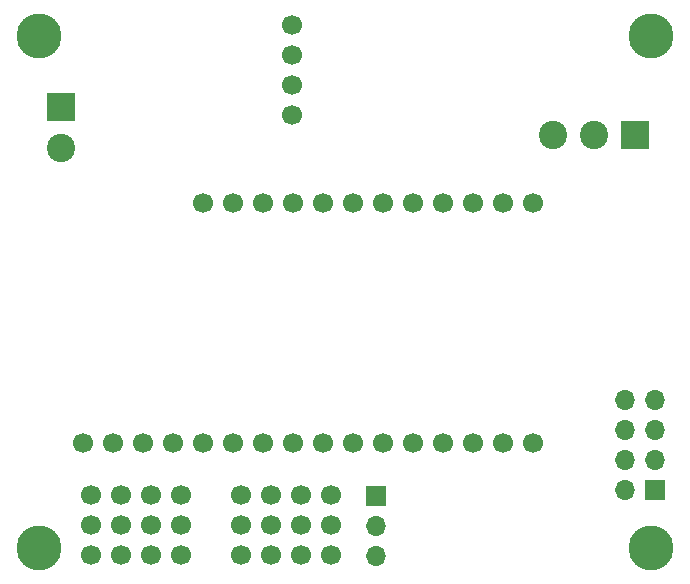
<source format=gbr>
%TF.GenerationSoftware,KiCad,Pcbnew,(6.0.8-1)-1*%
%TF.CreationDate,2022-12-25T14:42:35-06:00*%
%TF.ProjectId,M4_CAN_Feather_Carrier,4d345f43-414e-45f4-9665-61746865725f,rev?*%
%TF.SameCoordinates,Original*%
%TF.FileFunction,Soldermask,Bot*%
%TF.FilePolarity,Negative*%
%FSLAX46Y46*%
G04 Gerber Fmt 4.6, Leading zero omitted, Abs format (unit mm)*
G04 Created by KiCad (PCBNEW (6.0.8-1)-1) date 2022-12-25 14:42:35*
%MOMM*%
%LPD*%
G01*
G04 APERTURE LIST*
%ADD10R,1.700000X1.700000*%
%ADD11O,1.700000X1.700000*%
%ADD12C,3.800000*%
%ADD13R,2.400000X2.400000*%
%ADD14C,2.400000*%
%ADD15C,1.700000*%
G04 APERTURE END LIST*
D10*
%TO.C,J5*%
X111700000Y-104820000D03*
D11*
X111700000Y-107360000D03*
X111700000Y-109900000D03*
%TD*%
D12*
%TO.C,H1*%
X135017000Y-109220000D03*
%TD*%
D13*
%TO.C,J2*%
X133675000Y-74295000D03*
D14*
X130175000Y-74295000D03*
X126675000Y-74295000D03*
%TD*%
D12*
%TO.C,H2*%
X83185000Y-65913000D03*
%TD*%
%TO.C,H4*%
X83185000Y-109220000D03*
%TD*%
%TO.C,H3*%
X135017000Y-65913000D03*
%TD*%
D15*
%TO.C,U1*%
X104648000Y-64936000D03*
X104648000Y-67476000D03*
X104648000Y-70016000D03*
X104648000Y-72556000D03*
%TD*%
%TO.C,J3*%
X100310000Y-104775000D03*
X100310000Y-107315000D03*
X100310000Y-109855000D03*
X102850000Y-104775000D03*
X102850000Y-107315000D03*
X102850000Y-109855000D03*
X105390000Y-104775000D03*
X105390000Y-107315000D03*
X105390000Y-109855000D03*
X107930000Y-104775000D03*
X107930000Y-107315000D03*
X107930000Y-109855000D03*
%TD*%
%TO.C,J7*%
X87630000Y-104775000D03*
X87630000Y-107315000D03*
X87630000Y-109855000D03*
X90170000Y-104775000D03*
X90170000Y-107315000D03*
X90170000Y-109855000D03*
X92710000Y-104775000D03*
X92710000Y-107315000D03*
X92710000Y-109855000D03*
X95250000Y-104775000D03*
X95250000Y-107315000D03*
X95250000Y-109855000D03*
%TD*%
D13*
%TO.C,J1*%
X85090000Y-71910000D03*
D14*
X85090000Y-75410000D03*
%TD*%
D15*
%TO.C,U2*%
X86930000Y-100330000D03*
X89440000Y-100330000D03*
X91980000Y-100330000D03*
X94520000Y-100330000D03*
X97060000Y-100330000D03*
X99600000Y-100330000D03*
X102140000Y-100330000D03*
X104680000Y-100330000D03*
X107220000Y-100330000D03*
X109760000Y-100330000D03*
X112300000Y-100330000D03*
X114840000Y-100330000D03*
X117380000Y-100330000D03*
X119920000Y-100330000D03*
X122460000Y-100330000D03*
X125000000Y-100330000D03*
X125000000Y-80010000D03*
X122460000Y-80010000D03*
X119920000Y-80010000D03*
X117380000Y-80010000D03*
X114840000Y-80010000D03*
X112300000Y-80010000D03*
X109760000Y-80010000D03*
X107220000Y-80010000D03*
X104680000Y-80010000D03*
X102140000Y-80010000D03*
X99600000Y-80010000D03*
X97060000Y-80010000D03*
%TD*%
D10*
%TO.C,J4*%
X135375000Y-104340000D03*
D11*
X132835000Y-104340000D03*
X135375000Y-101800000D03*
X132835000Y-101800000D03*
X135375000Y-99260000D03*
X132835000Y-99260000D03*
X135375000Y-96720000D03*
X132835000Y-96720000D03*
%TD*%
M02*

</source>
